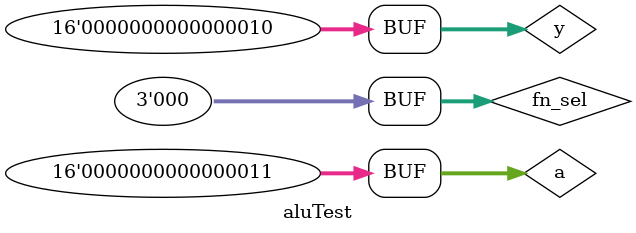
<source format=v>
`timescale 1ns / 1ps


module aluTest;

	// Inputs
	reg [15:0] a;
	reg [15:0] y;
	reg [2:0] fn_sel;

	// Outputs
	wire [15:0] z;

	// Instantiate the Unit Under Test (UUT)
	functional_unit uut (
		.a(a), 
		.y(y), 
		.z(z), 
		.fn_sel(fn_sel)
	);

	initial begin
		// Initialize Inputs
		a = 0;
		y = 0;
		fn_sel = 0;

		// Wait 100 ns for global reset to finish
		#10;
		a= 16'b0000000000000011;
		y = 16'b0000000000000010;
		fn_sel = 3'b000;
        
		// Add stimulus here

	end
      
endmodule


</source>
